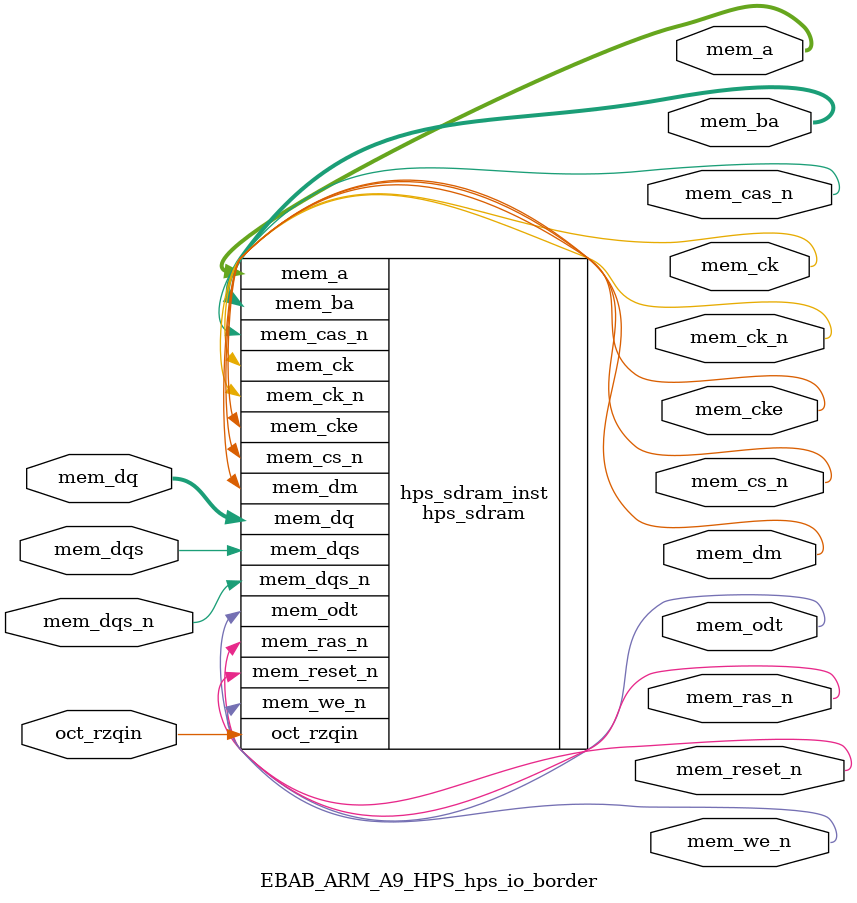
<source format=sv>


module EBAB_ARM_A9_HPS_hps_io_border(
// memory
  output wire [13 - 1 : 0 ] mem_a
 ,output wire [3 - 1 : 0 ] mem_ba
 ,output wire [1 - 1 : 0 ] mem_ck
 ,output wire [1 - 1 : 0 ] mem_ck_n
 ,output wire [1 - 1 : 0 ] mem_cke
 ,output wire [1 - 1 : 0 ] mem_cs_n
 ,output wire [1 - 1 : 0 ] mem_ras_n
 ,output wire [1 - 1 : 0 ] mem_cas_n
 ,output wire [1 - 1 : 0 ] mem_we_n
 ,output wire [1 - 1 : 0 ] mem_reset_n
 ,inout wire [8 - 1 : 0 ] mem_dq
 ,inout wire [1 - 1 : 0 ] mem_dqs
 ,inout wire [1 - 1 : 0 ] mem_dqs_n
 ,output wire [1 - 1 : 0 ] mem_odt
 ,output wire [1 - 1 : 0 ] mem_dm
 ,input wire [1 - 1 : 0 ] oct_rzqin
);


hps_sdram hps_sdram_inst(
 .mem_dq({
    mem_dq[7:0] // 7:0
  })
,.mem_odt({
    mem_odt[0:0] // 0:0
  })
,.mem_ras_n({
    mem_ras_n[0:0] // 0:0
  })
,.mem_dqs_n({
    mem_dqs_n[0:0] // 0:0
  })
,.mem_dqs({
    mem_dqs[0:0] // 0:0
  })
,.mem_dm({
    mem_dm[0:0] // 0:0
  })
,.mem_we_n({
    mem_we_n[0:0] // 0:0
  })
,.mem_cas_n({
    mem_cas_n[0:0] // 0:0
  })
,.mem_ba({
    mem_ba[2:0] // 2:0
  })
,.mem_a({
    mem_a[12:0] // 12:0
  })
,.mem_cs_n({
    mem_cs_n[0:0] // 0:0
  })
,.mem_ck({
    mem_ck[0:0] // 0:0
  })
,.mem_cke({
    mem_cke[0:0] // 0:0
  })
,.oct_rzqin({
    oct_rzqin[0:0] // 0:0
  })
,.mem_reset_n({
    mem_reset_n[0:0] // 0:0
  })
,.mem_ck_n({
    mem_ck_n[0:0] // 0:0
  })
);

endmodule


</source>
